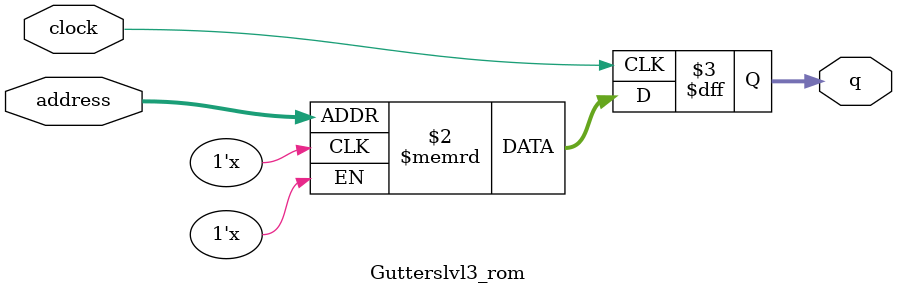
<source format=sv>
module Gutterslvl3_rom (
	input logic clock,
	input logic [17:0] address,
	output logic [3:0] q
);

logic [3:0] memory [0:195299] /* synthesis ram_init_file = "C:\Users\David\Desktop\ECE385\Final\Lab_6\levels\Gutter3\Gutterslvl3.mif" */;

always_ff @ (posedge clock) begin
	q <= memory[address];
end

endmodule

</source>
